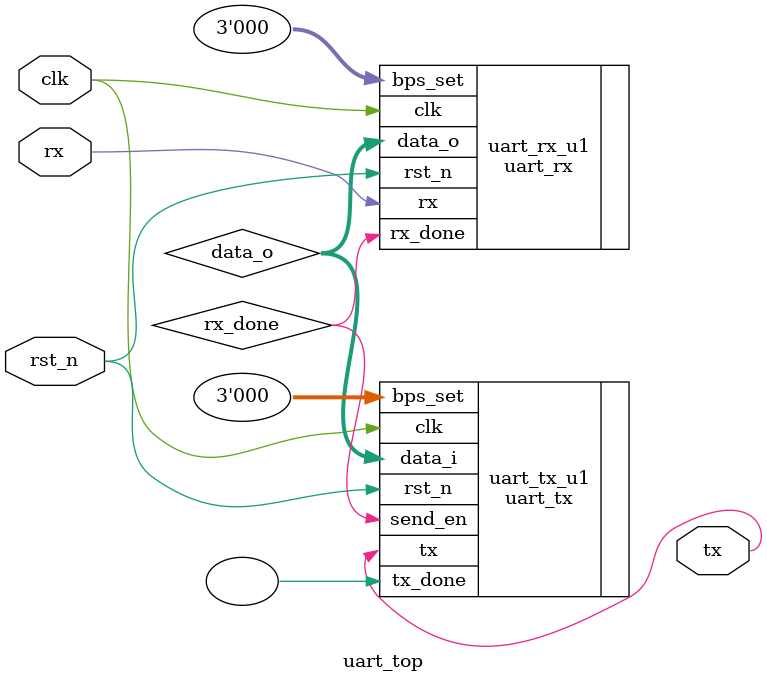
<source format=v>
module  uart_top (
/*i*/   input    wire    clk          ,
        input    wire    rst_n        ,
        input    wire    rx           ,
/*o*/   output   wire    tx           
);
wire rx_done;
wire [7:0] data_o;
//uart_rx inst;
uart_rx  uart_rx_u1( 
    .clk                (clk),
    .rst_n              (rst_n),
    .bps_set            (3'd0),
    .rx                 (rx),
    .data_o             (data_o),
    .rx_done            (rx_done)
);
//uart_tx inst;
uart_tx  uart_tx_u1( 
    .clk                (clk),
    .rst_n              (rst_n),
    .send_en            (rx_done),
    .bps_set            (3'd0),
    .data_i             (data_o),
    .tx                 (tx),
    .tx_done            ()
);

endmodule
</source>
